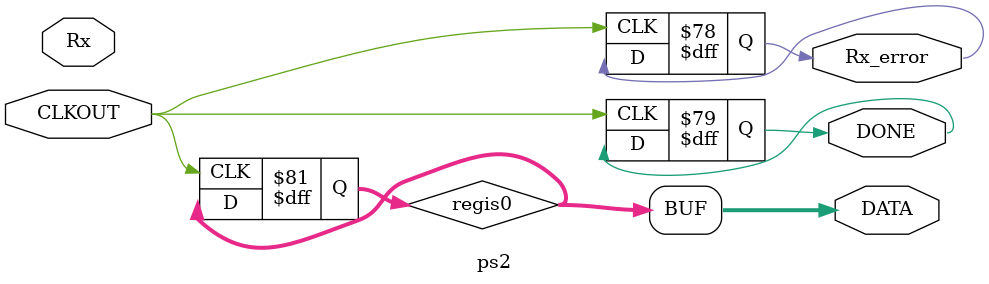
<source format=v>
module	ps2	(
			input		Rx,
			input		CLKOUT,
			output		Rx_error,
			output	[7:0]	DATA,
			output		DONE
		);
	reg	[8:0]	regis;
	reg	[7:0]	regis0;
	reg	i;
	reg	init;
	initial
	begin
		i=0;
		init=0;
		regis=0;
		regis0=0;
		Rx_error<=0;
		DONE=0;
	end
	always@(posedge CLKOUT)
	begin
		if(!Rx&&!i)
		begin
			init<=1;
		end
//		lectura			//
//		lectura			//
//		lectura			//
		if(init)
		begin
			regis[i]=data;
			i<=i+1;
		end
//		finalizar		//
//		finalizar		//
//		finalizar		//
		if(i==9)
		begin
			if(regis[8]==!regis[7])
			begin
				i<=0;
				init<=0;
				Rx_error<=0;
				regis0<={regis[7:0]};
				DONE=1;
			end
			else
			begin
				Rx_error<=1;
				regis0<=0;
				init<=0;
				i<=0;
				DONE=0;
			end
		end
	end
	assign	DATA=regis0;
endmodule

</source>
